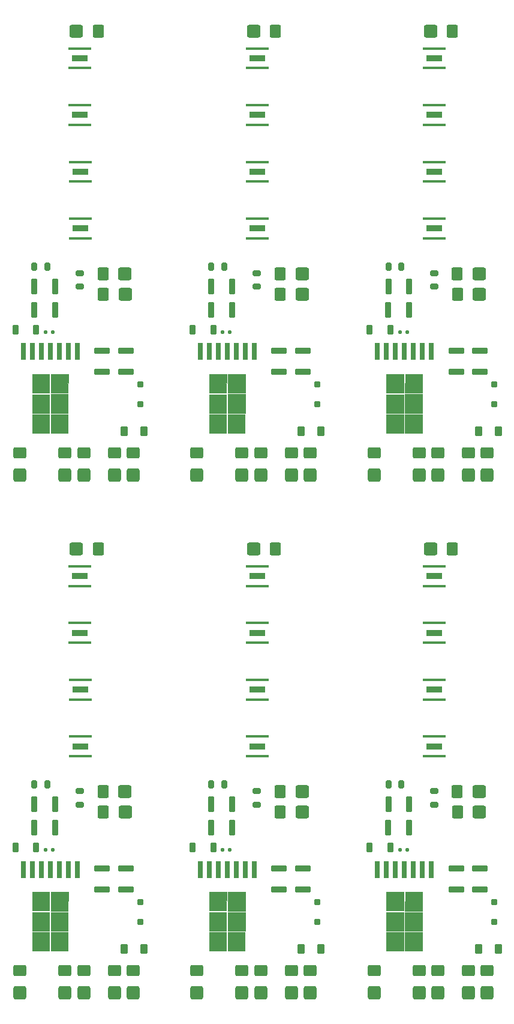
<source format=gbr>
%TF.GenerationSoftware,KiCad,Pcbnew,7.0.8-7.0.8~ubuntu22.04.1*%
%TF.CreationDate,2023-12-07T10:59:45+01:00*%
%TF.ProjectId,mothbeam_panel,6d6f7468-6265-4616-9d5f-70616e656c2e,rev?*%
%TF.SameCoordinates,Original*%
%TF.FileFunction,Paste,Top*%
%TF.FilePolarity,Positive*%
%FSLAX46Y46*%
G04 Gerber Fmt 4.6, Leading zero omitted, Abs format (unit mm)*
G04 Created by KiCad (PCBNEW 7.0.8-7.0.8~ubuntu22.04.1) date 2023-12-07 10:59:45*
%MOMM*%
%LPD*%
G01*
G04 APERTURE LIST*
G04 Aperture macros list*
%AMRoundRect*
0 Rectangle with rounded corners*
0 $1 Rounding radius*
0 $2 $3 $4 $5 $6 $7 $8 $9 X,Y pos of 4 corners*
0 Add a 4 corners polygon primitive as box body*
4,1,4,$2,$3,$4,$5,$6,$7,$8,$9,$2,$3,0*
0 Add four circle primitives for the rounded corners*
1,1,$1+$1,$2,$3*
1,1,$1+$1,$4,$5*
1,1,$1+$1,$6,$7*
1,1,$1+$1,$8,$9*
0 Add four rect primitives between the rounded corners*
20,1,$1+$1,$2,$3,$4,$5,0*
20,1,$1+$1,$4,$5,$6,$7,0*
20,1,$1+$1,$6,$7,$8,$9,0*
20,1,$1+$1,$8,$9,$2,$3,0*%
%AMFreePoly0*
4,1,5,0.192000,-1.577000,-0.192000,-1.577000,-0.192000,1.577000,0.192000,1.577000,0.192000,-1.577000,0.192000,-1.577000,$1*%
G04 Aperture macros list end*
%ADD10C,0.100000*%
%ADD11R,0.712000X2.448000*%
%ADD12RoundRect,0.135000X0.325000X0.945000X-0.325000X0.945000X-0.325000X-0.945000X0.325000X-0.945000X0*%
%ADD13RoundRect,0.335000X0.625000X0.585000X-0.625000X0.585000X-0.625000X-0.585000X0.625000X-0.585000X0*%
%ADD14RoundRect,0.300000X0.500000X0.620000X-0.500000X0.620000X-0.500000X-0.620000X0.500000X-0.620000X0*%
%ADD15RoundRect,0.335000X-0.625000X-0.585000X0.625000X-0.585000X0.625000X0.585000X-0.625000X0.585000X0*%
%ADD16RoundRect,0.300000X-0.500000X-0.620000X0.500000X-0.620000X0.500000X0.620000X-0.500000X0.620000X0*%
%ADD17FreePoly0,90.000000*%
%ADD18RoundRect,0.130000X1.007500X-0.325000X1.007500X0.325000X-1.007500X0.325000X-1.007500X-0.325000X0*%
%ADD19RoundRect,0.135000X-0.945000X0.325000X-0.945000X-0.325000X0.945000X-0.325000X0.945000X0.325000X0*%
%ADD20RoundRect,0.335000X0.585000X-0.625000X0.585000X0.625000X-0.585000X0.625000X-0.585000X-0.625000X0*%
%ADD21RoundRect,0.300000X0.620000X-0.500000X0.620000X0.500000X-0.620000X0.500000X-0.620000X-0.500000X0*%
%ADD22RoundRect,0.137500X-0.312500X-0.562500X0.312500X-0.562500X0.312500X0.562500X-0.312500X0.562500X0*%
%ADD23RoundRect,0.147500X0.262500X0.412500X-0.262500X0.412500X-0.262500X-0.412500X0.262500X-0.412500X0*%
%ADD24RoundRect,0.150000X0.430000X-0.250000X0.430000X0.250000X-0.430000X0.250000X-0.430000X-0.250000X0*%
%ADD25RoundRect,0.140000X-0.300000X0.300000X-0.300000X-0.300000X0.300000X-0.300000X0.300000X0.300000X0*%
%ADD26RoundRect,0.081000X-0.135000X-0.175000X0.135000X-0.175000X0.135000X0.175000X-0.135000X0.175000X0*%
%ADD27RoundRect,0.125000X-0.375000X-0.575000X0.375000X-0.575000X0.375000X0.575000X-0.375000X0.575000X0*%
G04 APERTURE END LIST*
%TO.C,U1*%
D10*
X169129700Y-85271100D02*
X166716700Y-85271100D01*
X166724320Y-82629500D01*
X169137320Y-82629500D01*
X169129700Y-85271100D01*
G36*
X169129700Y-85271100D02*
G01*
X166716700Y-85271100D01*
X166724320Y-82629500D01*
X169137320Y-82629500D01*
X169129700Y-85271100D01*
G37*
X171776380Y-85296500D02*
X169363380Y-85296500D01*
X169371000Y-82654900D01*
X171784000Y-82654900D01*
X171776380Y-85296500D01*
G36*
X171776380Y-85296500D02*
G01*
X169363380Y-85296500D01*
X169371000Y-82654900D01*
X171784000Y-82654900D01*
X171776380Y-85296500D01*
G37*
X171763680Y-88115900D02*
X169350680Y-88115900D01*
X169358300Y-85474300D01*
X171771300Y-85474300D01*
X171763680Y-88115900D01*
G36*
X171763680Y-88115900D02*
G01*
X169350680Y-88115900D01*
X169358300Y-85474300D01*
X171771300Y-85474300D01*
X171763680Y-88115900D01*
G37*
X169122080Y-88128600D02*
X166709080Y-88128600D01*
X166716700Y-85487000D01*
X169129700Y-85487000D01*
X169122080Y-88128600D01*
G36*
X169122080Y-88128600D02*
G01*
X166709080Y-88128600D01*
X166716700Y-85487000D01*
X169129700Y-85487000D01*
X169122080Y-88128600D01*
G37*
X169122080Y-90935300D02*
X166709080Y-90935300D01*
X166716700Y-88293700D01*
X169129700Y-88293700D01*
X169122080Y-90935300D01*
G36*
X169122080Y-90935300D02*
G01*
X166709080Y-90935300D01*
X166716700Y-88293700D01*
X169129700Y-88293700D01*
X169122080Y-90935300D01*
G37*
X171750980Y-90948000D02*
X169337980Y-90948000D01*
X169345600Y-88306400D01*
X171758600Y-88306400D01*
X171750980Y-90948000D01*
G36*
X171750980Y-90948000D02*
G01*
X169337980Y-90948000D01*
X169345600Y-88306400D01*
X171758600Y-88306400D01*
X171750980Y-90948000D01*
G37*
X119129700Y-158271100D02*
X116716700Y-158271100D01*
X116724320Y-155629500D01*
X119137320Y-155629500D01*
X119129700Y-158271100D01*
G36*
X119129700Y-158271100D02*
G01*
X116716700Y-158271100D01*
X116724320Y-155629500D01*
X119137320Y-155629500D01*
X119129700Y-158271100D01*
G37*
X121776380Y-158296500D02*
X119363380Y-158296500D01*
X119371000Y-155654900D01*
X121784000Y-155654900D01*
X121776380Y-158296500D01*
G36*
X121776380Y-158296500D02*
G01*
X119363380Y-158296500D01*
X119371000Y-155654900D01*
X121784000Y-155654900D01*
X121776380Y-158296500D01*
G37*
X121763680Y-161115900D02*
X119350680Y-161115900D01*
X119358300Y-158474300D01*
X121771300Y-158474300D01*
X121763680Y-161115900D01*
G36*
X121763680Y-161115900D02*
G01*
X119350680Y-161115900D01*
X119358300Y-158474300D01*
X121771300Y-158474300D01*
X121763680Y-161115900D01*
G37*
X119122080Y-161128600D02*
X116709080Y-161128600D01*
X116716700Y-158487000D01*
X119129700Y-158487000D01*
X119122080Y-161128600D01*
G36*
X119122080Y-161128600D02*
G01*
X116709080Y-161128600D01*
X116716700Y-158487000D01*
X119129700Y-158487000D01*
X119122080Y-161128600D01*
G37*
X119122080Y-163935300D02*
X116709080Y-163935300D01*
X116716700Y-161293700D01*
X119129700Y-161293700D01*
X119122080Y-163935300D01*
G36*
X119122080Y-163935300D02*
G01*
X116709080Y-163935300D01*
X116716700Y-161293700D01*
X119129700Y-161293700D01*
X119122080Y-163935300D01*
G37*
X121750980Y-163948000D02*
X119337980Y-163948000D01*
X119345600Y-161306400D01*
X121758600Y-161306400D01*
X121750980Y-163948000D01*
G36*
X121750980Y-163948000D02*
G01*
X119337980Y-163948000D01*
X119345600Y-161306400D01*
X121758600Y-161306400D01*
X121750980Y-163948000D01*
G37*
X144129700Y-158271100D02*
X141716700Y-158271100D01*
X141724320Y-155629500D01*
X144137320Y-155629500D01*
X144129700Y-158271100D01*
G36*
X144129700Y-158271100D02*
G01*
X141716700Y-158271100D01*
X141724320Y-155629500D01*
X144137320Y-155629500D01*
X144129700Y-158271100D01*
G37*
X146776380Y-158296500D02*
X144363380Y-158296500D01*
X144371000Y-155654900D01*
X146784000Y-155654900D01*
X146776380Y-158296500D01*
G36*
X146776380Y-158296500D02*
G01*
X144363380Y-158296500D01*
X144371000Y-155654900D01*
X146784000Y-155654900D01*
X146776380Y-158296500D01*
G37*
X146763680Y-161115900D02*
X144350680Y-161115900D01*
X144358300Y-158474300D01*
X146771300Y-158474300D01*
X146763680Y-161115900D01*
G36*
X146763680Y-161115900D02*
G01*
X144350680Y-161115900D01*
X144358300Y-158474300D01*
X146771300Y-158474300D01*
X146763680Y-161115900D01*
G37*
X144122080Y-161128600D02*
X141709080Y-161128600D01*
X141716700Y-158487000D01*
X144129700Y-158487000D01*
X144122080Y-161128600D01*
G36*
X144122080Y-161128600D02*
G01*
X141709080Y-161128600D01*
X141716700Y-158487000D01*
X144129700Y-158487000D01*
X144122080Y-161128600D01*
G37*
X144122080Y-163935300D02*
X141709080Y-163935300D01*
X141716700Y-161293700D01*
X144129700Y-161293700D01*
X144122080Y-163935300D01*
G36*
X144122080Y-163935300D02*
G01*
X141709080Y-163935300D01*
X141716700Y-161293700D01*
X144129700Y-161293700D01*
X144122080Y-163935300D01*
G37*
X146750980Y-163948000D02*
X144337980Y-163948000D01*
X144345600Y-161306400D01*
X146758600Y-161306400D01*
X146750980Y-163948000D01*
G36*
X146750980Y-163948000D02*
G01*
X144337980Y-163948000D01*
X144345600Y-161306400D01*
X146758600Y-161306400D01*
X146750980Y-163948000D01*
G37*
X144129700Y-85271100D02*
X141716700Y-85271100D01*
X141724320Y-82629500D01*
X144137320Y-82629500D01*
X144129700Y-85271100D01*
G36*
X144129700Y-85271100D02*
G01*
X141716700Y-85271100D01*
X141724320Y-82629500D01*
X144137320Y-82629500D01*
X144129700Y-85271100D01*
G37*
X146776380Y-85296500D02*
X144363380Y-85296500D01*
X144371000Y-82654900D01*
X146784000Y-82654900D01*
X146776380Y-85296500D01*
G36*
X146776380Y-85296500D02*
G01*
X144363380Y-85296500D01*
X144371000Y-82654900D01*
X146784000Y-82654900D01*
X146776380Y-85296500D01*
G37*
X146763680Y-88115900D02*
X144350680Y-88115900D01*
X144358300Y-85474300D01*
X146771300Y-85474300D01*
X146763680Y-88115900D01*
G36*
X146763680Y-88115900D02*
G01*
X144350680Y-88115900D01*
X144358300Y-85474300D01*
X146771300Y-85474300D01*
X146763680Y-88115900D01*
G37*
X144122080Y-88128600D02*
X141709080Y-88128600D01*
X141716700Y-85487000D01*
X144129700Y-85487000D01*
X144122080Y-88128600D01*
G36*
X144122080Y-88128600D02*
G01*
X141709080Y-88128600D01*
X141716700Y-85487000D01*
X144129700Y-85487000D01*
X144122080Y-88128600D01*
G37*
X144122080Y-90935300D02*
X141709080Y-90935300D01*
X141716700Y-88293700D01*
X144129700Y-88293700D01*
X144122080Y-90935300D01*
G36*
X144122080Y-90935300D02*
G01*
X141709080Y-90935300D01*
X141716700Y-88293700D01*
X144129700Y-88293700D01*
X144122080Y-90935300D01*
G37*
X146750980Y-90948000D02*
X144337980Y-90948000D01*
X144345600Y-88306400D01*
X146758600Y-88306400D01*
X146750980Y-90948000D01*
G36*
X146750980Y-90948000D02*
G01*
X144337980Y-90948000D01*
X144345600Y-88306400D01*
X146758600Y-88306400D01*
X146750980Y-90948000D01*
G37*
X169129700Y-158271100D02*
X166716700Y-158271100D01*
X166724320Y-155629500D01*
X169137320Y-155629500D01*
X169129700Y-158271100D01*
G36*
X169129700Y-158271100D02*
G01*
X166716700Y-158271100D01*
X166724320Y-155629500D01*
X169137320Y-155629500D01*
X169129700Y-158271100D01*
G37*
X171776380Y-158296500D02*
X169363380Y-158296500D01*
X169371000Y-155654900D01*
X171784000Y-155654900D01*
X171776380Y-158296500D01*
G36*
X171776380Y-158296500D02*
G01*
X169363380Y-158296500D01*
X169371000Y-155654900D01*
X171784000Y-155654900D01*
X171776380Y-158296500D01*
G37*
X171763680Y-161115900D02*
X169350680Y-161115900D01*
X169358300Y-158474300D01*
X171771300Y-158474300D01*
X171763680Y-161115900D01*
G36*
X171763680Y-161115900D02*
G01*
X169350680Y-161115900D01*
X169358300Y-158474300D01*
X171771300Y-158474300D01*
X171763680Y-161115900D01*
G37*
X169122080Y-161128600D02*
X166709080Y-161128600D01*
X166716700Y-158487000D01*
X169129700Y-158487000D01*
X169122080Y-161128600D01*
G36*
X169122080Y-161128600D02*
G01*
X166709080Y-161128600D01*
X166716700Y-158487000D01*
X169129700Y-158487000D01*
X169122080Y-161128600D01*
G37*
X169122080Y-163935300D02*
X166709080Y-163935300D01*
X166716700Y-161293700D01*
X169129700Y-161293700D01*
X169122080Y-163935300D01*
G36*
X169122080Y-163935300D02*
G01*
X166709080Y-163935300D01*
X166716700Y-161293700D01*
X169129700Y-161293700D01*
X169122080Y-163935300D01*
G37*
X171750980Y-163948000D02*
X169337980Y-163948000D01*
X169345600Y-161306400D01*
X171758600Y-161306400D01*
X171750980Y-163948000D01*
G36*
X171750980Y-163948000D02*
G01*
X169337980Y-163948000D01*
X169345600Y-161306400D01*
X171758600Y-161306400D01*
X171750980Y-163948000D01*
G37*
X119129700Y-85271100D02*
X116716700Y-85271100D01*
X116724320Y-82629500D01*
X119137320Y-82629500D01*
X119129700Y-85271100D01*
G36*
X119129700Y-85271100D02*
G01*
X116716700Y-85271100D01*
X116724320Y-82629500D01*
X119137320Y-82629500D01*
X119129700Y-85271100D01*
G37*
X121776380Y-85296500D02*
X119363380Y-85296500D01*
X119371000Y-82654900D01*
X121784000Y-82654900D01*
X121776380Y-85296500D01*
G36*
X121776380Y-85296500D02*
G01*
X119363380Y-85296500D01*
X119371000Y-82654900D01*
X121784000Y-82654900D01*
X121776380Y-85296500D01*
G37*
X121763680Y-88115900D02*
X119350680Y-88115900D01*
X119358300Y-85474300D01*
X121771300Y-85474300D01*
X121763680Y-88115900D01*
G36*
X121763680Y-88115900D02*
G01*
X119350680Y-88115900D01*
X119358300Y-85474300D01*
X121771300Y-85474300D01*
X121763680Y-88115900D01*
G37*
X119122080Y-88128600D02*
X116709080Y-88128600D01*
X116716700Y-85487000D01*
X119129700Y-85487000D01*
X119122080Y-88128600D01*
G36*
X119122080Y-88128600D02*
G01*
X116709080Y-88128600D01*
X116716700Y-85487000D01*
X119129700Y-85487000D01*
X119122080Y-88128600D01*
G37*
X119122080Y-90935300D02*
X116709080Y-90935300D01*
X116716700Y-88293700D01*
X119129700Y-88293700D01*
X119122080Y-90935300D01*
G36*
X119122080Y-90935300D02*
G01*
X116709080Y-90935300D01*
X116716700Y-88293700D01*
X119129700Y-88293700D01*
X119122080Y-90935300D01*
G37*
X121750980Y-90948000D02*
X119337980Y-90948000D01*
X119345600Y-88306400D01*
X121758600Y-88306400D01*
X121750980Y-90948000D01*
G36*
X121750980Y-90948000D02*
G01*
X119337980Y-90948000D01*
X119345600Y-88306400D01*
X121758600Y-88306400D01*
X121750980Y-90948000D01*
G37*
%TD*%
D11*
%TO.C,U1*%
X173054000Y-79455000D03*
X171784000Y-79455000D03*
X170514000Y-79455000D03*
X169244000Y-79455000D03*
X167974000Y-79455000D03*
X166704000Y-79455000D03*
X165434000Y-79455000D03*
%TD*%
D12*
%TO.C,C3*%
X119957000Y-70247000D03*
X117007000Y-70247000D03*
%TD*%
D13*
%TO.C,J4*%
X129809400Y-68469000D03*
D14*
X126709400Y-68469000D03*
%TD*%
D15*
%TO.C,J5*%
X122951200Y-107255200D03*
D16*
X126051200Y-107255200D03*
%TD*%
D17*
%TO.C,D4*%
X173500000Y-136489400D03*
X173500000Y-133719400D03*
D18*
X173500000Y-135104400D03*
%TD*%
D17*
%TO.C,D4*%
X173500000Y-63489400D03*
X173500000Y-60719400D03*
D18*
X173500000Y-62104400D03*
%TD*%
D19*
%TO.C,C2*%
X129912000Y-152313000D03*
X129912000Y-155263000D03*
%TD*%
D15*
%TO.C,J5*%
X172951200Y-34255200D03*
D16*
X176051200Y-34255200D03*
%TD*%
D19*
%TO.C,C2*%
X154912000Y-79313000D03*
X154912000Y-82263000D03*
%TD*%
D20*
%TO.C,J2*%
X174019200Y-96850000D03*
D21*
X174019200Y-93750000D03*
%TD*%
D17*
%TO.C,D1*%
X123474600Y-39489400D03*
X123474600Y-36719400D03*
D18*
X123474600Y-38104400D03*
%TD*%
D17*
%TO.C,D3*%
X123500000Y-128489400D03*
X123500000Y-125719400D03*
D18*
X123500000Y-127104400D03*
%TD*%
D17*
%TO.C,D2*%
X123474600Y-47489400D03*
X123474600Y-44719400D03*
D18*
X123474600Y-46104400D03*
%TD*%
D20*
%TO.C,J1*%
X130928000Y-96850000D03*
D21*
X130928000Y-93750000D03*
%TD*%
D22*
%TO.C,R1*%
X164352500Y-76343000D03*
X167277500Y-76343000D03*
%TD*%
D23*
%TO.C,FB1*%
X168835700Y-140478400D03*
X167010700Y-140478400D03*
%TD*%
D13*
%TO.C,J4*%
X154809400Y-68469000D03*
D14*
X151709400Y-68469000D03*
%TD*%
D11*
%TO.C,U1*%
X123054000Y-152455000D03*
X121784000Y-152455000D03*
X120514000Y-152455000D03*
X119244000Y-152455000D03*
X117974000Y-152455000D03*
X116704000Y-152455000D03*
X115434000Y-152455000D03*
%TD*%
D17*
%TO.C,D1*%
X173474600Y-39489400D03*
X173474600Y-36719400D03*
D18*
X173474600Y-38104400D03*
%TD*%
D23*
%TO.C,FB1*%
X143835700Y-67478400D03*
X142010700Y-67478400D03*
%TD*%
D20*
%TO.C,J2*%
X149019200Y-169850000D03*
D21*
X149019200Y-166750000D03*
%TD*%
D13*
%TO.C,J6*%
X179834800Y-144339200D03*
D14*
X176734800Y-144339200D03*
%TD*%
D20*
%TO.C,J3*%
X114976800Y-169850000D03*
D21*
X114976800Y-166750000D03*
%TD*%
D11*
%TO.C,U1*%
X148054000Y-152455000D03*
X146784000Y-152455000D03*
X145514000Y-152455000D03*
X144244000Y-152455000D03*
X142974000Y-152455000D03*
X141704000Y-152455000D03*
X140434000Y-152455000D03*
%TD*%
D12*
%TO.C,C3*%
X169957000Y-143247000D03*
X167007000Y-143247000D03*
%TD*%
D24*
%TO.C,C5*%
X173435000Y-70308000D03*
X173435000Y-68408000D03*
%TD*%
D15*
%TO.C,J5*%
X147951200Y-34255200D03*
D16*
X151051200Y-34255200D03*
%TD*%
D13*
%TO.C,J4*%
X129809400Y-141469000D03*
D14*
X126709400Y-141469000D03*
%TD*%
D20*
%TO.C,J7*%
X153311800Y-96850000D03*
D21*
X153311800Y-93750000D03*
%TD*%
D17*
%TO.C,D3*%
X173500000Y-128489400D03*
X173500000Y-125719400D03*
D18*
X173500000Y-127104400D03*
%TD*%
D13*
%TO.C,J4*%
X179809400Y-68469000D03*
D14*
X176709400Y-68469000D03*
%TD*%
D17*
%TO.C,D1*%
X148474600Y-112489400D03*
X148474600Y-109719400D03*
D18*
X148474600Y-111104400D03*
%TD*%
D13*
%TO.C,J6*%
X129834800Y-144339200D03*
D14*
X126734800Y-144339200D03*
%TD*%
D20*
%TO.C,J2*%
X124019200Y-169850000D03*
D21*
X124019200Y-166750000D03*
%TD*%
D17*
%TO.C,D1*%
X123474600Y-112489400D03*
X123474600Y-109719400D03*
D18*
X123474600Y-111104400D03*
%TD*%
D24*
%TO.C,C5*%
X173435000Y-143308000D03*
X173435000Y-141408000D03*
%TD*%
D12*
%TO.C,C3*%
X119957000Y-143247000D03*
X117007000Y-143247000D03*
%TD*%
D20*
%TO.C,J8*%
X171326800Y-96850000D03*
D21*
X171326800Y-93750000D03*
%TD*%
D20*
%TO.C,J2*%
X149019200Y-96850000D03*
D21*
X149019200Y-93750000D03*
%TD*%
D13*
%TO.C,J4*%
X179809400Y-141469000D03*
D14*
X176709400Y-141469000D03*
%TD*%
D25*
%TO.C,D5*%
X131944000Y-157090000D03*
X131944000Y-159890000D03*
%TD*%
D24*
%TO.C,C5*%
X123435000Y-143308000D03*
X123435000Y-141408000D03*
%TD*%
%TO.C,C5*%
X123435000Y-70308000D03*
X123435000Y-68408000D03*
%TD*%
D20*
%TO.C,J7*%
X128311800Y-169850000D03*
D21*
X128311800Y-166750000D03*
%TD*%
D20*
%TO.C,J7*%
X153311800Y-169850000D03*
D21*
X153311800Y-166750000D03*
%TD*%
D17*
%TO.C,D3*%
X148500000Y-55489400D03*
X148500000Y-52719400D03*
D18*
X148500000Y-54104400D03*
%TD*%
D13*
%TO.C,J4*%
X154809400Y-141469000D03*
D14*
X151709400Y-141469000D03*
%TD*%
D20*
%TO.C,J1*%
X180928000Y-96850000D03*
D21*
X180928000Y-93750000D03*
%TD*%
D26*
%TO.C,R2*%
X118607000Y-76724000D03*
X119627000Y-76724000D03*
%TD*%
D20*
%TO.C,J1*%
X130928000Y-169850000D03*
D21*
X130928000Y-166750000D03*
%TD*%
D27*
%TO.C,F1*%
X129705800Y-163668600D03*
X132505800Y-163668600D03*
%TD*%
D20*
%TO.C,J2*%
X174019200Y-169850000D03*
D21*
X174019200Y-166750000D03*
%TD*%
D13*
%TO.C,J6*%
X154834800Y-144339200D03*
D14*
X151734800Y-144339200D03*
%TD*%
D12*
%TO.C,C3*%
X144957000Y-70247000D03*
X142007000Y-70247000D03*
%TD*%
D22*
%TO.C,R1*%
X164352500Y-149343000D03*
X167277500Y-149343000D03*
%TD*%
D20*
%TO.C,J8*%
X146326800Y-169850000D03*
D21*
X146326800Y-166750000D03*
%TD*%
D17*
%TO.C,D3*%
X148500000Y-128489400D03*
X148500000Y-125719400D03*
D18*
X148500000Y-127104400D03*
%TD*%
D19*
%TO.C,C1*%
X176584600Y-152340200D03*
X176584600Y-155290200D03*
%TD*%
D11*
%TO.C,U1*%
X148054000Y-79455000D03*
X146784000Y-79455000D03*
X145514000Y-79455000D03*
X144244000Y-79455000D03*
X142974000Y-79455000D03*
X141704000Y-79455000D03*
X140434000Y-79455000D03*
%TD*%
D20*
%TO.C,J1*%
X155928000Y-96850000D03*
D21*
X155928000Y-93750000D03*
%TD*%
D20*
%TO.C,J2*%
X124019200Y-96850000D03*
D21*
X124019200Y-93750000D03*
%TD*%
D20*
%TO.C,J7*%
X178311800Y-96850000D03*
D21*
X178311800Y-93750000D03*
%TD*%
D19*
%TO.C,C1*%
X151584600Y-79340200D03*
X151584600Y-82290200D03*
%TD*%
%TO.C,C2*%
X154912000Y-152313000D03*
X154912000Y-155263000D03*
%TD*%
D15*
%TO.C,J5*%
X172951200Y-107255200D03*
D16*
X176051200Y-107255200D03*
%TD*%
D19*
%TO.C,C1*%
X126584600Y-152340200D03*
X126584600Y-155290200D03*
%TD*%
D20*
%TO.C,J7*%
X128311800Y-96850000D03*
D21*
X128311800Y-93750000D03*
%TD*%
D17*
%TO.C,D2*%
X148474600Y-47489400D03*
X148474600Y-44719400D03*
D18*
X148474600Y-46104400D03*
%TD*%
D20*
%TO.C,J8*%
X121326800Y-169850000D03*
D21*
X121326800Y-166750000D03*
%TD*%
D17*
%TO.C,D2*%
X123474600Y-120489400D03*
X123474600Y-117719400D03*
D18*
X123474600Y-119104400D03*
%TD*%
D17*
%TO.C,D2*%
X148474600Y-120489400D03*
X148474600Y-117719400D03*
D18*
X148474600Y-119104400D03*
%TD*%
D13*
%TO.C,J6*%
X129834800Y-71339200D03*
D14*
X126734800Y-71339200D03*
%TD*%
D12*
%TO.C,C4*%
X144931600Y-146549000D03*
X141981600Y-146549000D03*
%TD*%
D13*
%TO.C,J6*%
X179834800Y-71339200D03*
D14*
X176734800Y-71339200D03*
%TD*%
D23*
%TO.C,FB1*%
X143835700Y-140478400D03*
X142010700Y-140478400D03*
%TD*%
D20*
%TO.C,J8*%
X171326800Y-169850000D03*
D21*
X171326800Y-166750000D03*
%TD*%
D26*
%TO.C,R2*%
X143607000Y-149724000D03*
X144627000Y-149724000D03*
%TD*%
D20*
%TO.C,J1*%
X180928000Y-169850000D03*
D21*
X180928000Y-166750000D03*
%TD*%
D17*
%TO.C,D3*%
X173500000Y-55489400D03*
X173500000Y-52719400D03*
D18*
X173500000Y-54104400D03*
%TD*%
D26*
%TO.C,R2*%
X143607000Y-76724000D03*
X144627000Y-76724000D03*
%TD*%
D27*
%TO.C,F1*%
X129705800Y-90668600D03*
X132505800Y-90668600D03*
%TD*%
D22*
%TO.C,R1*%
X139352500Y-76343000D03*
X142277500Y-76343000D03*
%TD*%
D13*
%TO.C,J6*%
X154834800Y-71339200D03*
D14*
X151734800Y-71339200D03*
%TD*%
D20*
%TO.C,J3*%
X139976800Y-169850000D03*
D21*
X139976800Y-166750000D03*
%TD*%
D12*
%TO.C,C4*%
X169931600Y-73549000D03*
X166981600Y-73549000D03*
%TD*%
%TO.C,C4*%
X144931600Y-73549000D03*
X141981600Y-73549000D03*
%TD*%
D25*
%TO.C,D5*%
X156944000Y-157090000D03*
X156944000Y-159890000D03*
%TD*%
D17*
%TO.C,D3*%
X123500000Y-55489400D03*
X123500000Y-52719400D03*
D18*
X123500000Y-54104400D03*
%TD*%
D12*
%TO.C,C4*%
X119931600Y-146549000D03*
X116981600Y-146549000D03*
%TD*%
D20*
%TO.C,J1*%
X155928000Y-169850000D03*
D21*
X155928000Y-166750000D03*
%TD*%
D17*
%TO.C,D2*%
X173474600Y-120489400D03*
X173474600Y-117719400D03*
D18*
X173474600Y-119104400D03*
%TD*%
D19*
%TO.C,C2*%
X129912000Y-79313000D03*
X129912000Y-82263000D03*
%TD*%
D12*
%TO.C,C4*%
X119931600Y-73549000D03*
X116981600Y-73549000D03*
%TD*%
D20*
%TO.C,J3*%
X164976800Y-169850000D03*
D21*
X164976800Y-166750000D03*
%TD*%
D27*
%TO.C,F1*%
X154705800Y-90668600D03*
X157505800Y-90668600D03*
%TD*%
D19*
%TO.C,C2*%
X179912000Y-79313000D03*
X179912000Y-82263000D03*
%TD*%
D17*
%TO.C,D4*%
X123500000Y-136489400D03*
X123500000Y-133719400D03*
D18*
X123500000Y-135104400D03*
%TD*%
D23*
%TO.C,FB1*%
X118835700Y-67478400D03*
X117010700Y-67478400D03*
%TD*%
D25*
%TO.C,D5*%
X156944000Y-84090000D03*
X156944000Y-86890000D03*
%TD*%
D19*
%TO.C,C1*%
X151584600Y-152340200D03*
X151584600Y-155290200D03*
%TD*%
D20*
%TO.C,J3*%
X139976800Y-96850000D03*
D21*
X139976800Y-93750000D03*
%TD*%
D23*
%TO.C,FB1*%
X168835700Y-67478400D03*
X167010700Y-67478400D03*
%TD*%
D20*
%TO.C,J8*%
X146326800Y-96850000D03*
D21*
X146326800Y-93750000D03*
%TD*%
D11*
%TO.C,U1*%
X173054000Y-152455000D03*
X171784000Y-152455000D03*
X170514000Y-152455000D03*
X169244000Y-152455000D03*
X167974000Y-152455000D03*
X166704000Y-152455000D03*
X165434000Y-152455000D03*
%TD*%
D19*
%TO.C,C1*%
X176584600Y-79340200D03*
X176584600Y-82290200D03*
%TD*%
D20*
%TO.C,J3*%
X164976800Y-96850000D03*
D21*
X164976800Y-93750000D03*
%TD*%
D17*
%TO.C,D4*%
X148500000Y-63489400D03*
X148500000Y-60719400D03*
D18*
X148500000Y-62104400D03*
%TD*%
D12*
%TO.C,C3*%
X144957000Y-143247000D03*
X142007000Y-143247000D03*
%TD*%
D11*
%TO.C,U1*%
X123054000Y-79455000D03*
X121784000Y-79455000D03*
X120514000Y-79455000D03*
X119244000Y-79455000D03*
X117974000Y-79455000D03*
X116704000Y-79455000D03*
X115434000Y-79455000D03*
%TD*%
D25*
%TO.C,D5*%
X131944000Y-84090000D03*
X131944000Y-86890000D03*
%TD*%
D12*
%TO.C,C4*%
X169931600Y-146549000D03*
X166981600Y-146549000D03*
%TD*%
D17*
%TO.C,D1*%
X173474600Y-112489400D03*
X173474600Y-109719400D03*
D18*
X173474600Y-111104400D03*
%TD*%
D27*
%TO.C,F1*%
X179705800Y-163668600D03*
X182505800Y-163668600D03*
%TD*%
D15*
%TO.C,J5*%
X122951200Y-34255200D03*
D16*
X126051200Y-34255200D03*
%TD*%
D26*
%TO.C,R2*%
X118607000Y-149724000D03*
X119627000Y-149724000D03*
%TD*%
D17*
%TO.C,D4*%
X148500000Y-136489400D03*
X148500000Y-133719400D03*
D18*
X148500000Y-135104400D03*
%TD*%
D12*
%TO.C,C3*%
X169957000Y-70247000D03*
X167007000Y-70247000D03*
%TD*%
D17*
%TO.C,D4*%
X123500000Y-63489400D03*
X123500000Y-60719400D03*
D18*
X123500000Y-62104400D03*
%TD*%
D22*
%TO.C,R1*%
X114352500Y-76343000D03*
X117277500Y-76343000D03*
%TD*%
D24*
%TO.C,C5*%
X148435000Y-143308000D03*
X148435000Y-141408000D03*
%TD*%
%TO.C,C5*%
X148435000Y-70308000D03*
X148435000Y-68408000D03*
%TD*%
D25*
%TO.C,D5*%
X181944000Y-157090000D03*
X181944000Y-159890000D03*
%TD*%
D20*
%TO.C,J3*%
X114976800Y-96850000D03*
D21*
X114976800Y-93750000D03*
%TD*%
D19*
%TO.C,C2*%
X179912000Y-152313000D03*
X179912000Y-155263000D03*
%TD*%
D25*
%TO.C,D5*%
X181944000Y-84090000D03*
X181944000Y-86890000D03*
%TD*%
D22*
%TO.C,R1*%
X139352500Y-149343000D03*
X142277500Y-149343000D03*
%TD*%
D23*
%TO.C,FB1*%
X118835700Y-140478400D03*
X117010700Y-140478400D03*
%TD*%
D27*
%TO.C,F1*%
X154705800Y-163668600D03*
X157505800Y-163668600D03*
%TD*%
D22*
%TO.C,R1*%
X114352500Y-149343000D03*
X117277500Y-149343000D03*
%TD*%
D20*
%TO.C,J8*%
X121326800Y-96850000D03*
D21*
X121326800Y-93750000D03*
%TD*%
D26*
%TO.C,R2*%
X168607000Y-149724000D03*
X169627000Y-149724000D03*
%TD*%
D19*
%TO.C,C1*%
X126584600Y-79340200D03*
X126584600Y-82290200D03*
%TD*%
D27*
%TO.C,F1*%
X179705800Y-90668600D03*
X182505800Y-90668600D03*
%TD*%
D15*
%TO.C,J5*%
X147951200Y-107255200D03*
D16*
X151051200Y-107255200D03*
%TD*%
D17*
%TO.C,D1*%
X148474600Y-39489400D03*
X148474600Y-36719400D03*
D18*
X148474600Y-38104400D03*
%TD*%
D20*
%TO.C,J7*%
X178311800Y-169850000D03*
D21*
X178311800Y-166750000D03*
%TD*%
D17*
%TO.C,D2*%
X173474600Y-47489400D03*
X173474600Y-44719400D03*
D18*
X173474600Y-46104400D03*
%TD*%
D26*
%TO.C,R2*%
X168607000Y-76724000D03*
X169627000Y-76724000D03*
%TD*%
M02*

</source>
